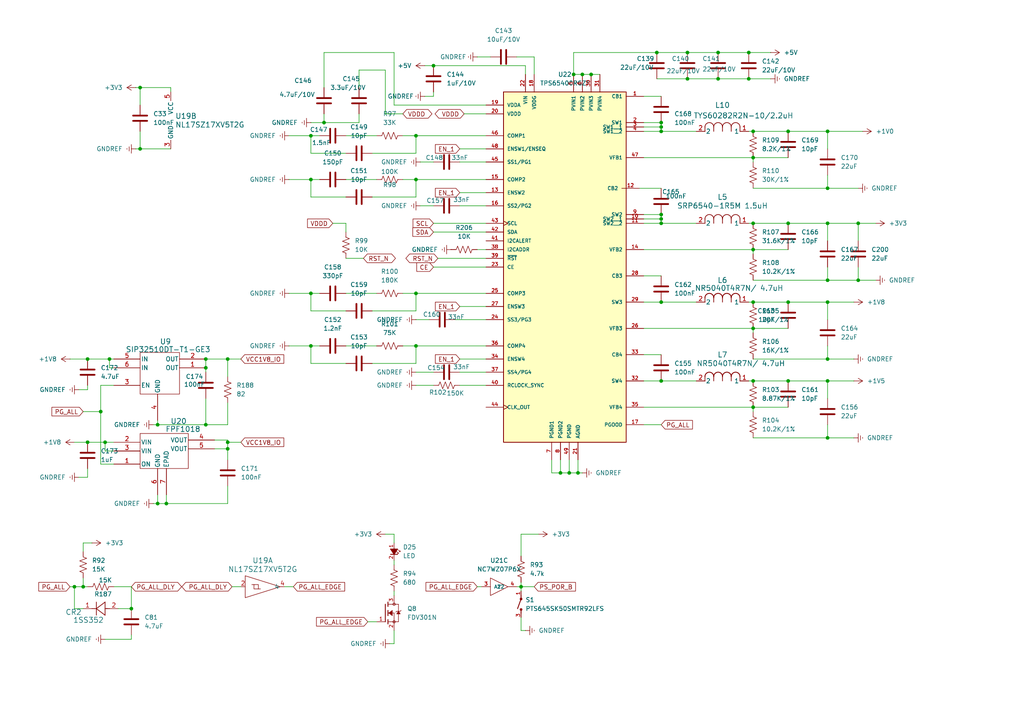
<source format=kicad_sch>
(kicad_sch (version 20231120) (generator "eeschema") (generator_version "8.0")
  (paper "A4")
  (junction (at 217.17 15.24))
  (junction (at 191.77 62.23))
  (junction (at 228.6 87.63))
  (junction (at 66.04 128.27))
  (junction (at 90.17 85.09))
  (junction (at 90.17 52.07))
  (junction (at 228.6 38.1))
  (junction (at 59.69 123.19))
  (junction (at 191.77 63.5))
  (junction (at 24.13 170.18))
  (junction (at 120.65 100.33))
  (junction (at 217.17 22.86))
  (junction (at 208.28 15.24))
  (junction (at 218.44 64.77))
  (junction (at 240.03 110.49))
  (junction (at 162.56 137.16))
  (junction (at 120.65 39.37))
  (junction (at 248.92 64.77))
  (junction (at 45.72 146.05))
  (junction (at 191.77 64.77))
  (junction (at 240.03 104.14))
  (junction (at 228.6 64.77))
  (junction (at 66.04 104.14))
  (junction (at 25.4 128.27))
  (junction (at 166.37 21.59))
  (junction (at 240.03 87.63))
  (junction (at 45.72 123.19))
  (junction (at 199.39 15.24))
  (junction (at 66.04 130.175))
  (junction (at 228.6 110.49))
  (junction (at 248.92 81.28))
  (junction (at 191.77 110.49))
  (junction (at 240.03 64.77))
  (junction (at 151.13 170.18))
  (junction (at 90.17 100.33))
  (junction (at 240.03 127))
  (junction (at 48.26 146.05))
  (junction (at 168.91 21.59))
  (junction (at 38.1 176.53))
  (junction (at 40.64 43.18))
  (junction (at 199.39 22.86))
  (junction (at 125.73 19.05))
  (junction (at 218.44 87.63))
  (junction (at 208.28 22.86))
  (junction (at 90.17 39.37))
  (junction (at 191.77 35.56))
  (junction (at 191.77 36.83))
  (junction (at 29.21 119.38))
  (junction (at 21.59 170.18))
  (junction (at 120.65 52.07))
  (junction (at 59.69 106.68))
  (junction (at 240.03 81.28))
  (junction (at 171.45 21.59))
  (junction (at 165.1 137.16))
  (junction (at 25.4 104.14))
  (junction (at 120.65 85.09))
  (junction (at 59.69 104.14))
  (junction (at 190.5 15.24))
  (junction (at 167.64 137.16))
  (junction (at 218.44 45.72))
  (junction (at 218.44 95.25))
  (junction (at 240.03 38.1))
  (junction (at 218.44 110.49))
  (junction (at 218.44 118.11))
  (junction (at 40.64 25.4))
  (junction (at 93.98 35.56))
  (junction (at 218.44 72.39))
  (junction (at 240.03 54.61))
  (junction (at 191.77 38.1))
  (junction (at 218.44 38.1))
  (junction (at 31.75 104.14))
  (junction (at 30.48 128.27))
  (junction (at 191.77 87.63))
  (wire (pts (xy 151.13 182.88) (xy 152.4 182.88)))
  (wire (pts (xy 30.48 128.27) (xy 33.02 128.27)))
  (wire (pts (xy 21.59 128.27) (xy 25.4 128.27)))
  (wire (pts (xy 133.35 111.76) (xy 140.97 111.76)))
  (wire (pts (xy 120.65 92.71) (xy 124.46 92.71)))
  (wire (pts (xy 191.77 87.63) (xy 201.93 87.63)))
  (wire (pts (xy 125.73 64.77) (xy 140.97 64.77)))
  (wire (pts (xy 186.69 102.87) (xy 191.77 102.87)))
  (wire (pts (xy 59.69 104.14) (xy 59.69 106.68)))
  (wire (pts (xy 100.33 39.37) (xy 109.22 39.37)))
  (wire (pts (xy 120.65 90.17) (xy 120.65 85.09)))
  (wire (pts (xy 217.17 64.77) (xy 218.44 64.77)))
  (wire (pts (xy 248.92 77.47) (xy 248.92 81.28)))
  (wire (pts (xy 228.6 38.1) (xy 240.03 38.1)))
  (wire (pts (xy 30.48 185.42) (xy 38.1 185.42)))
  (wire (pts (xy 240.03 104.14) (xy 247.65 104.14)))
  (wire (pts (xy 20.32 170.18) (xy 21.59 170.18)))
  (wire (pts (xy 59.69 123.19) (xy 45.72 123.19)))
  (wire (pts (xy 114.3 15.24) (xy 93.98 15.24)))
  (wire (pts (xy 151.13 168.91) (xy 151.13 170.18)))
  (wire (pts (xy 240.03 50.8) (xy 240.03 54.61)))
  (wire (pts (xy 20.32 104.14) (xy 25.4 104.14)))
  (wire (pts (xy 59.69 115.57) (xy 59.69 123.19)))
  (wire (pts (xy 40.64 43.18) (xy 49.53 43.18)))
  (wire (pts (xy 21.59 176.53) (xy 21.59 170.18)))
  (wire (pts (xy 83.82 39.37) (xy 90.17 39.37)))
  (wire (pts (xy 186.69 80.01) (xy 191.77 80.01)))
  (wire (pts (xy 165.1 133.35) (xy 165.1 137.16)))
  (wire (pts (xy 120.65 39.37) (xy 140.97 39.37)))
  (wire (pts (xy 149.86 170.18) (xy 151.13 170.18)))
  (wire (pts (xy 120.65 105.41) (xy 120.65 100.33)))
  (wire (pts (xy 93.98 35.56) (xy 90.17 35.56)))
  (wire (pts (xy 186.69 95.25) (xy 218.44 95.25)))
  (wire (pts (xy 33.02 130.81) (xy 30.48 130.81)))
  (wire (pts (xy 104.14 20.32) (xy 104.14 25.4)))
  (wire (pts (xy 39.37 25.4) (xy 40.64 25.4)))
  (wire (pts (xy 90.17 85.09) (xy 92.71 85.09)))
  (wire (pts (xy 120.65 111.76) (xy 125.73 111.76)))
  (wire (pts (xy 45.72 121.92) (xy 45.72 123.19)))
  (wire (pts (xy 106.68 180.34) (xy 109.22 180.34)))
  (wire (pts (xy 83.82 100.33) (xy 90.17 100.33)))
  (wire (pts (xy 186.69 36.83) (xy 191.77 36.83)))
  (wire (pts (xy 133.35 43.18) (xy 140.97 43.18)))
  (wire (pts (xy 66.04 104.14) (xy 69.85 104.14)))
  (wire (pts (xy 100.33 64.77) (xy 96.52 64.77)))
  (wire (pts (xy 45.72 146.05) (xy 48.26 146.05)))
  (wire (pts (xy 38.1 176.53) (xy 38.1 170.18)))
  (wire (pts (xy 186.69 64.77) (xy 191.77 64.77)))
  (wire (pts (xy 114.3 154.94) (xy 114.3 157.48)))
  (wire (pts (xy 240.03 110.49) (xy 228.6 110.49)))
  (wire (pts (xy 21.59 170.18) (xy 24.13 170.18)))
  (wire (pts (xy 133.35 46.99) (xy 140.97 46.99)))
  (wire (pts (xy 33.02 134.62) (xy 29.21 134.62)))
  (wire (pts (xy 168.91 21.59) (xy 171.45 21.59)))
  (wire (pts (xy 218.44 45.72) (xy 228.6 45.72)))
  (wire (pts (xy 29.21 119.38) (xy 29.21 111.76)))
  (wire (pts (xy 240.03 123.19) (xy 240.03 127)))
  (wire (pts (xy 208.28 15.24) (xy 217.17 15.24)))
  (wire (pts (xy 48.26 143.51) (xy 48.26 146.05)))
  (wire (pts (xy 152.4 19.05) (xy 152.4 21.59)))
  (wire (pts (xy 114.3 171.45) (xy 114.3 172.72)))
  (wire (pts (xy 111.76 154.94) (xy 114.3 154.94)))
  (wire (pts (xy 191.77 38.1) (xy 201.93 38.1)))
  (wire (pts (xy 120.65 85.09) (xy 140.97 85.09)))
  (wire (pts (xy 107.95 57.15) (xy 120.65 57.15)))
  (wire (pts (xy 121.92 59.69) (xy 125.73 59.69)))
  (wire (pts (xy 162.56 133.35) (xy 162.56 137.16)))
  (wire (pts (xy 114.3 182.88) (xy 114.3 186.69)))
  (wire (pts (xy 24.13 167.64) (xy 24.13 170.18)))
  (wire (pts (xy 165.1 137.16) (xy 167.64 137.16)))
  (wire (pts (xy 199.39 22.86) (xy 208.28 22.86)))
  (wire (pts (xy 44.45 146.05) (xy 45.72 146.05)))
  (wire (pts (xy 100.33 74.93) (xy 105.41 74.93)))
  (wire (pts (xy 107.95 90.17) (xy 120.65 90.17)))
  (wire (pts (xy 45.72 146.05) (xy 45.72 143.51)))
  (wire (pts (xy 24.13 176.53) (xy 21.59 176.53)))
  (wire (pts (xy 186.69 118.11) (xy 218.44 118.11)))
  (wire (pts (xy 240.03 77.47) (xy 240.03 81.28)))
  (wire (pts (xy 90.17 90.17) (xy 90.17 85.09)))
  (wire (pts (xy 228.6 64.77) (xy 240.03 64.77)))
  (wire (pts (xy 132.08 92.71) (xy 140.97 92.71)))
  (wire (pts (xy 191.77 64.77) (xy 191.77 63.5)))
  (wire (pts (xy 138.43 170.18) (xy 139.7 170.18)))
  (wire (pts (xy 120.65 52.07) (xy 140.97 52.07)))
  (wire (pts (xy 190.5 15.24) (xy 199.39 15.24)))
  (wire (pts (xy 100.33 57.15) (xy 90.17 57.15)))
  (wire (pts (xy 133.35 55.88) (xy 140.97 55.88)))
  (wire (pts (xy 166.37 15.24) (xy 190.5 15.24)))
  (wire (pts (xy 45.72 123.19) (xy 44.45 123.19)))
  (wire (pts (xy 248.92 81.28) (xy 254 81.28)))
  (wire (pts (xy 24.13 119.38) (xy 29.21 119.38)))
  (wire (pts (xy 49.53 25.4) (xy 49.53 26.67)))
  (wire (pts (xy 100.33 100.33) (xy 109.22 100.33)))
  (wire (pts (xy 160.02 137.16) (xy 162.56 137.16)))
  (wire (pts (xy 116.84 39.37) (xy 120.65 39.37)))
  (wire (pts (xy 218.44 118.11) (xy 218.44 119.38)))
  (wire (pts (xy 39.37 43.18) (xy 40.64 43.18)))
  (wire (pts (xy 66.04 128.27) (xy 69.85 128.27)))
  (wire (pts (xy 66.04 128.27) (xy 66.04 130.175)))
  (wire (pts (xy 100.33 85.09) (xy 109.22 85.09)))
  (wire (pts (xy 218.44 38.1) (xy 228.6 38.1)))
  (wire (pts (xy 120.65 44.45) (xy 120.65 39.37)))
  (wire (pts (xy 217.17 15.24) (xy 223.52 15.24)))
  (wire (pts (xy 218.44 95.25) (xy 218.44 96.52)))
  (wire (pts (xy 160.02 133.35) (xy 160.02 137.16)))
  (wire (pts (xy 218.44 87.63) (xy 228.6 87.63)))
  (wire (pts (xy 191.77 35.56) (xy 191.77 36.83)))
  (wire (pts (xy 186.69 123.19) (xy 191.77 123.19)))
  (wire (pts (xy 218.44 64.77) (xy 228.6 64.77)))
  (wire (pts (xy 240.03 110.49) (xy 247.65 110.49)))
  (wire (pts (xy 240.03 127) (xy 247.65 127)))
  (wire (pts (xy 154.94 16.51) (xy 154.94 21.59)))
  (wire (pts (xy 25.4 113.03) (xy 25.4 111.76)))
  (wire (pts (xy 151.13 179.07) (xy 151.13 182.88)))
  (wire (pts (xy 218.44 110.49) (xy 228.6 110.49)))
  (wire (pts (xy 90.17 39.37) (xy 90.17 44.45)))
  (wire (pts (xy 186.69 45.72) (xy 218.44 45.72)))
  (wire (pts (xy 66.04 127.635) (xy 66.04 128.27)))
  (wire (pts (xy 186.69 38.1) (xy 191.77 38.1)))
  (wire (pts (xy 218.44 45.72) (xy 218.44 46.99)))
  (wire (pts (xy 25.4 135.89) (xy 25.4 138.43)))
  (wire (pts (xy 125.73 67.31) (xy 140.97 67.31)))
  (wire (pts (xy 25.4 138.43) (xy 22.86 138.43)))
  (wire (pts (xy 191.77 64.77) (xy 201.93 64.77)))
  (wire (pts (xy 40.64 25.4) (xy 49.53 25.4)))
  (wire (pts (xy 240.03 87.63) (xy 228.6 87.63)))
  (wire (pts (xy 133.35 59.69) (xy 140.97 59.69)))
  (wire (pts (xy 151.13 154.94) (xy 151.13 161.29)))
  (wire (pts (xy 240.03 54.61) (xy 248.92 54.61)))
  (wire (pts (xy 186.69 63.5) (xy 191.77 63.5)))
  (wire (pts (xy 100.33 105.41) (xy 90.17 105.41)))
  (wire (pts (xy 116.84 52.07) (xy 120.65 52.07)))
  (wire (pts (xy 66.04 123.19) (xy 59.69 123.19)))
  (wire (pts (xy 166.37 21.59) (xy 168.91 21.59)))
  (wire (pts (xy 186.69 27.94) (xy 191.77 27.94)))
  (wire (pts (xy 40.64 30.48) (xy 40.64 25.4)))
  (wire (pts (xy 191.77 110.49) (xy 201.93 110.49)))
  (wire (pts (xy 66.04 140.97) (xy 66.04 146.05)))
  (wire (pts (xy 62.23 127.635) (xy 66.04 127.635)))
  (wire (pts (xy 83.82 85.09) (xy 90.17 85.09)))
  (wire (pts (xy 151.13 171.45) (xy 151.13 170.18)))
  (wire (pts (xy 100.33 44.45) (xy 90.17 44.45)))
  (wire (pts (xy 104.14 33.02) (xy 104.14 35.56)))
  (wire (pts (xy 116.84 100.33) (xy 120.65 100.33)))
  (wire (pts (xy 29.21 134.62) (xy 29.21 119.38)))
  (wire (pts (xy 218.44 81.28) (xy 240.03 81.28)))
  (wire (pts (xy 34.29 176.53) (xy 38.1 176.53)))
  (wire (pts (xy 138.43 72.39) (xy 140.97 72.39)))
  (wire (pts (xy 40.64 38.1) (xy 40.64 43.18)))
  (wire (pts (xy 111.76 33.02) (xy 111.76 20.32)))
  (wire (pts (xy 217.17 38.1) (xy 218.44 38.1)))
  (wire (pts (xy 107.95 44.45) (xy 120.65 44.45)))
  (wire (pts (xy 120.65 57.15) (xy 120.65 52.07)))
  (wire (pts (xy 33.02 106.68) (xy 31.75 106.68)))
  (wire (pts (xy 90.17 105.41) (xy 90.17 100.33)))
  (wire (pts (xy 116.84 85.09) (xy 120.65 85.09)))
  (wire (pts (xy 66.04 104.14) (xy 66.04 109.22)))
  (wire (pts (xy 93.98 33.02) (xy 93.98 35.56)))
  (wire (pts (xy 240.03 87.63) (xy 247.65 87.63)))
  (wire (pts (xy 123.19 19.05) (xy 125.73 19.05)))
  (wire (pts (xy 218.44 72.39) (xy 228.6 72.39)))
  (wire (pts (xy 31.75 106.68) (xy 31.75 104.14)))
  (wire (pts (xy 38.1 170.18) (xy 33.02 170.18)))
  (wire (pts (xy 217.17 110.49) (xy 218.44 110.49)))
  (wire (pts (xy 25.4 128.27) (xy 30.48 128.27)))
  (wire (pts (xy 90.17 100.33) (xy 92.71 100.33)))
  (wire (pts (xy 133.35 107.95) (xy 140.97 107.95)))
  (wire (pts (xy 167.64 137.16) (xy 168.91 137.16)))
  (wire (pts (xy 127 74.93) (xy 140.97 74.93)))
  (wire (pts (xy 190.5 22.86) (xy 199.39 22.86)))
  (wire (pts (xy 24.13 160.02) (xy 24.13 157.48)))
  (wire (pts (xy 121.92 46.99) (xy 125.73 46.99)))
  (wire (pts (xy 186.69 62.23) (xy 191.77 62.23)))
  (wire (pts (xy 90.17 57.15) (xy 90.17 52.07)))
  (wire (pts (xy 186.69 35.56) (xy 191.77 35.56)))
  (wire (pts (xy 138.43 16.51) (xy 142.24 16.51)))
  (wire (pts (xy 248.92 64.77) (xy 248.92 69.85)))
  (wire (pts (xy 114.3 162.56) (xy 114.3 163.83)))
  (wire (pts (xy 114.3 186.69) (xy 113.03 186.69)))
  (wire (pts (xy 120.65 100.33) (xy 140.97 100.33)))
  (wire (pts (xy 191.77 63.5) (xy 191.77 62.23)))
  (wire (pts (xy 62.23 130.175) (xy 66.04 130.175)))
  (wire (pts (xy 38.1 185.42) (xy 38.1 184.15)))
  (wire (pts (xy 167.64 133.35) (xy 167.64 137.16)))
  (wire (pts (xy 191.77 36.83) (xy 191.77 38.1)))
  (wire (pts (xy 25.4 104.14) (xy 31.75 104.14)))
  (wire (pts (xy 24.13 170.18) (xy 25.4 170.18)))
  (wire (pts (xy 93.98 15.24) (xy 93.98 25.4)))
  (wire (pts (xy 24.13 157.48) (xy 26.67 157.48)))
  (wire (pts (xy 185.42 54.61) (xy 191.77 54.61)))
  (wire (pts (xy 22.86 113.03) (xy 25.4 113.03)))
  (wire (pts (xy 217.17 22.86) (xy 223.52 22.86)))
  (wire (pts (xy 218.44 72.39) (xy 218.44 73.66)))
  (wire (pts (xy 186.69 72.39) (xy 218.44 72.39)))
  (wire (pts (xy 218.44 95.25) (xy 228.6 95.25)))
  (wire (pts (xy 186.69 87.63) (xy 191.77 87.63)))
  (wire (pts (xy 134.62 33.02) (xy 140.97 33.02)))
  (wire (pts (xy 29.21 111.76) (xy 33.02 111.76)))
  (wire (pts (xy 66.04 130.175) (xy 66.04 133.35)))
  (wire (pts (xy 67.31 170.18) (xy 69.85 170.18)))
  (wire (pts (xy 107.95 105.41) (xy 120.65 105.41)))
  (wire (pts (xy 208.28 22.86) (xy 217.17 22.86)))
  (wire (pts (xy 240.03 38.1) (xy 250.19 38.1)))
  (wire (pts (xy 140.97 30.48) (xy 114.3 30.48)))
  (wire (pts (xy 111.76 33.02) (xy 116.84 33.02)))
  (wire (pts (xy 100.33 90.17) (xy 90.17 90.17)))
  (wire (pts (xy 59.69 106.68) (xy 59.69 107.95)))
  (wire (pts (xy 100.33 67.31) (xy 100.33 64.77)))
  (wire (pts (xy 151.13 170.18) (xy 154.94 170.18)))
  (wire (pts (xy 218.44 127) (xy 240.03 127)))
  (wire (pts (xy 114.3 30.48) (xy 114.3 15.24)))
  (wire (pts (xy 120.65 107.95) (xy 125.73 107.95)))
  (wire (pts (xy 240.03 115.57) (xy 240.03 110.49)))
  (wire (pts (xy 218.44 118.11) (xy 228.6 118.11)))
  (wire (pts (xy 125.73 27.94) (xy 125.73 26.67)))
  (wire (pts (xy 156.21 154.94) (xy 151.13 154.94)))
  (wire (pts (xy 30.48 130.81) (xy 30.48 128.27)))
  (wire (pts (xy 186.69 110.49) (xy 191.77 110.49)))
  (wire (pts (xy 125.73 77.47) (xy 140.97 77.47)))
  (wire (pts (xy 111.76 20.32) (xy 104.14 20.32)))
  (wire (pts (xy 240.03 43.18) (xy 240.03 38.1)))
  (wire (pts (xy 149.86 16.51) (xy 154.94 16.51)))
  (wire (pts (xy 240.03 64.77) (xy 248.92 64.77)))
  (wire (pts (xy 66.04 116.84) (xy 66.04 123.19)))
  (wire (pts (xy 166.37 21.59) (xy 166.37 15.24)))
  (wire (pts (xy 31.75 104.14) (xy 33.02 104.14)))
  (wire (pts (xy 240.03 69.85) (xy 240.03 64.77)))
  (wire (pts (xy 199.39 15.24) (xy 208.28 15.24)))
  (wire (pts (xy 83.82 52.07) (xy 90.17 52.07)))
  (wire (pts (xy 162.56 137.16) (xy 165.1 137.16)))
  (wire (pts (xy 240.03 92.71) (xy 240.03 87.63)))
  (wire (pts (xy 133.35 88.9) (xy 140.97 88.9)))
  (wire (pts (xy 248.92 64.77) (xy 254 64.77)))
  (wire (pts (xy 90.17 52.07) (xy 92.71 52.07)))
  (wire (pts (xy 240.03 100.33) (xy 240.03 104.14)))
  (wire (pts (xy 125.73 19.05) (xy 152.4 19.05)))
  (wire (pts (xy 171.45 21.59) (xy 173.99 21.59)))
  (wire (pts (xy 48.26 146.05) (xy 66.04 146.05)))
  (wire (pts (xy 59.69 104.14) (xy 66.04 104.14)))
  (wire (pts (xy 218.44 104.14) (xy 240.03 104.14)))
  (wire (pts (xy 104.14 35.56) (xy 93.98 35.56)))
  (wire (pts (xy 123.19 27.94) (xy 125.73 27.94)))
  (wire (pts (xy 82.55 170.18) (xy 85.09 170.18)))
  (wire (pts (xy 217.17 87.63) (xy 218.44 87.63)))
  (wire (pts (xy 90.17 39.37) (xy 92.71 39.37)))
  (wire (pts (xy 100.33 52.07) (xy 109.22 52.07)))
  (wire (pts (xy 218.44 54.61) (xy 240.03 54.61)))
  (wire (pts (xy 240.03 81.28) (xy 248.92 81.28)))
  (wire (pts (xy 133.35 104.14) (xy 140.97 104.14)))
  (global_label "VCC1V8_IO" (shape input) (at 69.85 104.14 0) (property "Intersheetrefs" "${INTERSHEET_REFS}" (effects (hide yes))))
  (global_label "EN_1" (shape input) (at 133.35 55.88 180) (property "Intersheetrefs" "${INTERSHEET_REFS}" (effects (hide yes))))
  (global_label "VDDD" (shape bidirectional) (at 116.84 33.02 0) (property "Intersheetrefs" "${INTERSHEET_REFS}" (effects (hide yes))))
  (global_label "PS_POR_B" (shape input) (at 154.94 170.18 0) (property "Intersheetrefs" "${INTERSHEET_REFS}" (effects (hide yes))))
  (global_label "RST_N" (shape bidirectional) (at 127 74.93 180) (property "Intersheetrefs" "${INTERSHEET_REFS}" (effects (hide yes))))
  (global_label "VDDD" (shape input) (at 96.52 64.77 180) (property "Intersheetrefs" "${INTERSHEET_REFS}" (effects (hide yes))))
  (global_label "PG_ALL_DLY" (shape bidirectional) (at 38.1 170.18 0) (property "Intersheetrefs" "${INTERSHEET_REFS}" (effects (hide yes))))
  (global_label "SCL" (shape input) (at 125.73 64.77 180) (property "Intersheetrefs" "${INTERSHEET_REFS}" (effects (hide yes))))
  (global_label "PG_ALL" (shape input) (at 191.77 123.19 0) (property "Intersheetrefs" "${INTERSHEET_REFS}" (effects (hide yes))))
  (global_label "PG_ALL_EDGE" (shape input) (at 106.68 180.34 180) (property "Intersheetrefs" "${INTERSHEET_REFS}" (effects (hide yes))))
  (global_label "PG_ALL" (shape input) (at 20.32 170.18 180) (property "Intersheetrefs" "${INTERSHEET_REFS}" (effects (hide yes))))
  (global_label "CE" (shape input) (at 125.73 77.47 180) (property "Intersheetrefs" "${INTERSHEET_REFS}" (effects (hide yes))))
  (global_label "SDA" (shape input) (at 125.73 67.31 180) (property "Intersheetrefs" "${INTERSHEET_REFS}" (effects (hide yes))))
  (global_label "EN_1" (shape input) (at 133.35 104.14 180) (property "Intersheetrefs" "${INTERSHEET_REFS}" (effects (hide yes))))
  (global_label "PG_ALL_EDGE" (shape input) (at 85.09 170.18 0) (property "Intersheetrefs" "${INTERSHEET_REFS}" (effects (hide yes))))
  (global_label "PG_ALL_DLY" (shape bidirectional) (at 67.31 170.18 180) (property "Intersheetrefs" "${INTERSHEET_REFS}" (effects (hide yes))))
  (global_label "EN_1" (shape input) (at 133.35 88.9 180) (property "Intersheetrefs" "${INTERSHEET_REFS}" (effects (hide yes))))
  (global_label "VCC1V8_IO" (shape input) (at 69.85 128.27 0) (property "Intersheetrefs" "${INTERSHEET_REFS}" (effects (hide yes))))
  (global_label "PG_ALL" (shape input) (at 24.13 119.38 180) (property "Intersheetrefs" "${INTERSHEET_REFS}" (effects (hide yes))))
  (global_label "RST_N" (shape bidirectional) (at 105.41 74.93 0) (property "Intersheetrefs" "${INTERSHEET_REFS}" (effects (hide yes))))
  (global_label "PG_ALL_EDGE" (shape input) (at 138.43 170.18 180) (property "Intersheetrefs" "${INTERSHEET_REFS}" (effects (hide yes))))
  (global_label "EN_1" (shape input) (at 133.35 43.18 180) (property "Intersheetrefs" "${INTERSHEET_REFS}" (effects (hide yes))))
  (global_label "VDDD" (shape bidirectional) (at 134.62 33.02 180) (property "Intersheetrefs" "${INTERSHEET_REFS}" (effects (hide yes))))
  (symbol (lib_id "power:GNDREF") (at 121.92 46.99 270) (unit 1)
    (property "Reference" "#PWR0107" (effects (hide yes)))
    (property "Value" "GNDREF" (at 118.11 46.9899 90) (effects (justify right)))
    (property "Description" "Power symbol creates a global label with name \"GNDREF\" , reference supply ground" (effects (hide yes)))
  )
  (symbol (lib_id "Device:C") (at 146.05 16.51 90) (unit 1)
    (property "Reference" "C143" (at 146.05 8.89 90))
    (property "Value" "10uF/10V" (at 146.05 11.43 90))
    (property "Footprint" "footprints:C_0402" (effects (hide yes)))
    (property "Description" "Unpolarized capacitor" (effects (hide yes)))
    (property "LCSC PN" "c315248" (effects (hide yes)))
  )
  (symbol (lib_id "Device:R_US") (at 113.03 39.37 90) (unit 1)
    (property "Reference" "R97" (at 113.03 33.02 90))
    (property "Value" "33K" (at 113.03 35.56 90))
    (property "Footprint" "footprints:R_0402" (effects (hide yes)))
    (property "Description" "Resistor, US symbol" (effects (hide yes)))
    (property "LCSC PN" "C138003" (effects (hide yes)))
  )
  (symbol (lib_id "Device:R_US") (at 100.33 71.12 180) (unit 1)
    (property "Reference" "R99" (at 102.87 69.8499 0) (effects (justify right)))
    (property "Value" "10K" (at 102.87 72.3899 0) (effects (justify right)))
    (property "Footprint" "footprints:R_0402" (effects (hide yes)))
    (property "Description" "Resistor, US symbol" (effects (hide yes)))
    (property "LCSC PN" "C60490" (effects (hide yes)))
  )
  (symbol (lib_id "Device:R_US") (at 218.44 91.44 0) (unit 1)
    (property "Reference" "R105" (at 220.98 90.1699 0) (effects (justify left)))
    (property "Value" "20K/1%" (at 220.98 92.7099 0) (effects (justify left)))
    (property "Footprint" "footprints:R_0402" (effects (hide yes)))
    (property "Description" "Resistor, US symbol" (effects (hide yes)))
    (property "LCSC PN" "C93942" (effects (hide yes)))
  )
  (symbol (lib_id "power:+3V3") (at 111.76 154.94 90) (unit 1)
    (property "Reference" "#PWR0211" (effects (hide yes)))
    (property "Value" "+3V3" (at 107.95 154.9399 90) (effects (justify left)))
    (property "Description" "Power symbol creates a global label with name \"+3V3\"" (effects (hide yes)))
  )
  (symbol (lib_id "power:GNDREF") (at 83.82 39.37 270) (unit 1)
    (property "Reference" "#PWR0105" (effects (hide yes)))
    (property "Value" "GNDREF" (at 80.01 39.3699 90) (effects (justify right)))
    (property "Description" "Power symbol creates a global label with name \"GNDREF\" , reference supply ground" (effects (hide yes)))
  )
  (symbol (lib_id "Device:C") (at 240.03 73.66 0) (unit 1)
    (property "Reference" "C167" (at 243.84 72.3899 0) (effects (justify left)))
    (property "Value" "22uF" (at 243.84 74.9299 0) (effects (justify left)))
    (property "Footprint" "footprints:C_0805" (effects (hide yes)))
    (property "Description" "Unpolarized capacitor" (effects (hide yes)))
    (property "LCSC PN" "c415703" (effects (hide yes)))
  )
  (symbol (lib_id "TPS65400RGZT:TPS65400RGZT") (at 163.83 72.39 0) (unit 1)
    (property "Reference" "U22" (at 163.83 21.59 0))
    (property "Value" "TPS65400RGZT" (at 163.83 24.13 0))
    (property "Footprint" "footprints:RGZ0048B" (effects (hide yes)))
    (property "PARTREV" "D" (effects (hide yes)))
    (property "MANUFACTURER" "Texas Instruments" (effects (hide yes)))
    (property "MAXIMUM_PACKAGE_HEIGHT" "1 mm" (effects (hide yes)))
    (property "STANDARD" "IPC 7351B" (effects (hide yes)))
    (property "LCSC PN" "C201658" (effects (hide yes)))
  )
  (symbol (lib_id "Device:C") (at 96.52 39.37 90) (unit 1)
    (property "Reference" "C147" (at 92.456 37.592 90))
    (property "Value" "1.5nF" (at 93.218 41.402 90))
    (property "Footprint" "footprints:C_0201_0603Metric" (effects (hide yes)))
    (property "Description" "Unpolarized capacitor" (effects (hide yes)))
    (property "LCSC PN" "c23967" (effects (hide yes)))
  )
  (symbol (lib_id "power:GNDREF") (at 83.82 52.07 270) (unit 1)
    (property "Reference" "#PWR078" (effects (hide yes)))
    (property "Value" "GNDREF" (at 80.01 52.0699 90) (effects (justify right)))
    (property "Description" "Power symbol creates a global label with name \"GNDREF\" , reference supply ground" (effects (hide yes)))
  )
  (symbol (lib_id "Device:R_US") (at 113.03 85.09 90) (unit 1)
    (property "Reference" "R100" (at 113.03 78.74 90))
    (property "Value" "180K" (at 113.03 81.28 90))
    (property "Footprint" "footprints:R_0402" (effects (hide yes)))
    (property "Description" "Resistor, US symbol" (effects (hide yes)))
    (property "LCSC PN" "C138046" (effects (hide yes)))
  )
  (symbol (lib_id "Device:C") (at 129.54 46.99 90) (unit 1)
    (property "Reference" "C148" (at 125.984 45.72 90))
    (property "Value" "33nF" (at 133.35 45.72 90))
    (property "Footprint" "footprints:C_0201_0603Metric" (effects (hide yes)))
    (property "Description" "Unpolarized capacitor" (effects (hide yes)))
    (property "LCSC PN" "c472437" (effects (hide yes)))
  )
  (symbol (lib_id "Device:C") (at 217.17 19.05 0) (unit 1)
    (property "Reference" "C142" (at 220.98 17.7799 0) (effects (justify left)))
    (property "Value" "22uF/10V" (at 220.98 20.3199 0) (effects (justify left)))
    (property "Footprint" "footprints:C_0805" (effects (hide yes)))
    (property "Description" "Unpolarized capacitor" (effects (hide yes)))
    (property "LCSC PN" "c415703" (effects (hide yes)))
  )
  (symbol (lib_id "power:GNDREF") (at 83.82 85.09 270) (unit 1)
    (property "Reference" "#PWR080" (effects (hide yes)))
    (property "Value" "GNDREF" (at 80.01 85.0899 90) (effects (justify right)))
    (property "Description" "Power symbol creates a global label with name \"GNDREF\" , reference supply ground" (effects (hide yes)))
  )
  (symbol (lib_id "Device:C") (at 129.54 59.69 90) (unit 1)
    (property "Reference" "C157" (at 126.238 58.166 90))
    (property "Value" "33nF" (at 133.858 57.912 90))
    (property "Footprint" "footprints:C_0201_0603Metric" (effects (hide yes)))
    (property "Description" "Unpolarized capacitor" (effects (hide yes)))
    (property "LCSC PN" "c472437" (effects (hide yes)))
  )
  (symbol (lib_id "Device:C") (at 240.03 46.99 0) (unit 1)
    (property "Reference" "C170" (at 243.84 45.7199 0) (effects (justify left)))
    (property "Value" "22uF" (at 243.84 48.2599 0) (effects (justify left)))
    (property "Footprint" "footprints:C_0805" (effects (hide yes)))
    (property "Description" "Unpolarized capacitor" (effects (hide yes)))
    (property "LCSC PN" "c415703" (effects (hide yes)))
  )
  (symbol (lib_id "SRP4020TA_1R5M:SRP4020TA-1R5M") (at 201.93 64.77 0) (unit 1)
    (property "Reference" "L5" (at 209.55 57.15 0) (effects (font (size 1.524 1.524))))
    (property "Value" "SRP6540-1R5M 1.5uH" (at 209.55 59.69 0) (effects (font (size 1.524 1.524))))
    (property "Footprint" "footprints:IND_SRP6540-1R5M" (effects (hide yes)))
    (property "Datasheet" "SRP4020TA-1R5M" (effects (hide yes)))
    (property "LCSC PN" "C3223801" (effects (hide yes)))
  )
  (symbol (lib_id "Device:R_US") (at 129.54 111.76 90) (unit 1)
    (property "Reference" "R102" (at 127 113.792 90))
    (property "Value" "150K" (at 132.08 114.046 90))
    (property "Footprint" "footprints:R_0402" (effects (hide yes)))
    (property "Description" "Resistor, US symbol" (effects (hide yes)))
    (property "LCSC PN" "C93947" (effects (hide yes)))
  )
  (symbol (lib_id "power:GNDREF") (at 22.86 138.43 270) (unit 1)
    (property "Reference" "#PWR0219" (effects (hide yes)))
    (property "Value" "GNDREF" (at 19.05 138.4299 90) (effects (justify right)))
    (property "Description" "Power symbol creates a global label with name \"GNDREF\" , reference supply ground" (effects (hide yes)))
  )
  (symbol (lib_id "power:+3V3") (at 254 64.77 270) (unit 1)
    (property "Reference" "#PWR089" (effects (hide yes)))
    (property "Value" "+3V3" (at 257.81 64.7699 90) (effects (justify left)))
    (property "Description" "Power symbol creates a global label with name \"+3V3\"" (effects (hide yes)))
  )
  (symbol (lib_id "power:GNDREF") (at 44.45 146.05 270) (unit 1)
    (property "Reference" "#PWR0215" (effects (hide yes)))
    (property "Value" "GNDREF" (at 40.64 146.0499 90) (effects (justify right)))
    (property "Description" "Power symbol creates a global label with name \"GNDREF\" , reference supply ground" (effects (hide yes)))
  )
  (symbol (lib_id "power:+3V3") (at 26.67 157.48 270) (unit 1)
    (property "Reference" "#PWR0194" (effects (hide yes)))
    (property "Value" "+3V3" (at 30.48 157.4799 90) (effects (justify left)))
    (property "Description" "Power symbol creates a global label with name \"+3V3\"" (effects (hide yes)))
  )
  (symbol (lib_id "Device:C") (at 38.1 180.34 0) (unit 1)
    (property "Reference" "C81" (at 41.91 179.0699 0) (effects (justify left)))
    (property "Value" "4.7uF" (at 41.91 181.6099 0) (effects (justify left)))
    (property "Footprint" "footprints:C_0402" (effects (hide yes)))
    (property "Description" "Unpolarized capacitor" (effects (hide yes)))
    (property "LCSC PN" "c23733" (effects (hide yes)))
  )
  (symbol (lib_id "NL17SZ17XV5T2G:NL17SZ17XV5T2G_Modified") (at 81.28 170.18 0) (unit 1)
    (property "Reference" "U19" (at 76.2 162.56 0) (effects (font (size 1.524 1.524))))
    (property "Value" "NL17SZ17XV5T2G" (at 76.2 165.1 0) (effects (font (size 1.524 1.524))))
    (property "Footprint" "footprints:SOT553-5_ONS" (effects (hide yes)))
    (property "Datasheet" "NL17SZ17XV5T2G" (effects (hide yes)))
    (property "LCSC PN" "C152502" (effects (hide yes)))
  )
  (symbol (lib_id "power:GNDREF") (at 113.03 186.69 270) (unit 1)
    (property "Reference" "#PWR041" (effects (hide yes)))
    (property "Value" "GNDREF" (at 109.22 186.6899 90) (effects (justify right)))
    (property "Description" "Power symbol creates a global label with name \"GNDREF\" , reference supply ground" (effects (hide yes)))
  )
  (symbol (lib_id "Device:C") (at 125.73 22.86 0) (unit 1)
    (property "Reference" "C144" (at 129.54 21.5899 0) (effects (justify left)))
    (property "Value" "1uF/10V" (at 129.54 24.1299 0) (effects (justify left)))
    (property "Footprint" "footprints:C_0402" (effects (hide yes)))
    (property "Description" "Unpolarized capacitor" (effects (hide yes)))
    (property "LCSC PN" "c14445" (effects (hide yes)))
  )
  (symbol (lib_id "Device:C") (at 190.5 19.05 0) (unit 1)
    (property "Reference" "C139" (at 184.658 17.018 0) (effects (justify left)))
    (property "Value" "22uF/10V" (at 179.832 19.558 0) (effects (justify left)))
    (property "Footprint" "footprints:C_0805" (effects (hide yes)))
    (property "Description" "Unpolarized capacitor" (effects (hide yes)))
    (property "LCSC PN" "c415703" (effects (hide yes)))
  )
  (symbol (lib_id "Device:C") (at 104.14 105.41 90) (unit 1)
    (property "Reference" "C153" (at 104.14 97.79 90))
    (property "Value" "10pF" (at 104.14 100.33 90))
    (property "Footprint" "footprints:C_0201_0603Metric" (effects (hide yes)))
    (property "Description" "Unpolarized capacitor" (effects (hide yes)))
    (property "LCSC PN" "c307440" (effects (hide yes)))
  )
  (symbol (lib_id "power:+1V8") (at 247.65 87.63 270) (unit 1)
    (property "Reference" "#PWR087" (effects (hide yes)))
    (property "Value" "+1V8" (at 251.46 87.6299 90) (effects (justify left)))
    (property "Description" "Power symbol creates a global label with name \"+1V8\"" (effects (hide yes)))
  )
  (symbol (lib_id "Device:R_US") (at 218.44 123.19 0) (unit 1)
    (property "Reference" "R104" (at 220.98 121.9199 0) (effects (justify left)))
    (property "Value" "10.2K/1%" (at 220.98 124.4599 0) (effects (justify left)))
    (property "Footprint" "footprints:R_0402" (effects (hide yes)))
    (property "Description" "Resistor, US symbol" (effects (hide yes)))
    (property "LCSC PN" "C138069" (effects (hide yes)))
  )
  (symbol (lib_id "PTS645SK50SMTR92LFS_:PTS645SK50SMTR92LFS") (at 151.13 175.26 0) (unit 1)
    (property "Reference" "S1" (at 152.4 173.9899 0) (effects (justify left)))
    (property "Value" "PTS645SK50SMTR92LFS" (at 152.4 176.5299 0) (effects (justify left)))
    (property "Footprint" "footprints:SW_PTS645SK50SMTR92LFS" (effects (hide yes)))
    (property "STANDARD" "Manufacturer Recommendations" (effects (hide yes)))
    (property "MANUFACTURER" "CnK" (effects (hide yes)))
    (property "LCSC PN" "C221872" (effects (hide yes)))
  )
  (symbol (lib_id "power:GNDREF") (at 39.37 43.18 270) (unit 1)
    (property "Reference" "#PWR0213" (effects (hide yes)))
    (property "Value" "GNDREF" (at 35.56 43.1799 90) (effects (justify right)))
    (property "Description" "Power symbol creates a global label with name \"GNDREF\" , reference supply ground" (effects (hide yes)))
  )
  (symbol (lib_id "power:GNDREF") (at 247.65 127 90) (unit 1)
    (property "Reference" "#PWR0101" (effects (hide yes)))
    (property "Value" "GNDREF" (at 251.46 126.9999 90) (effects (justify right)))
    (property "Description" "Power symbol creates a global label with name \"GNDREF\" , reference supply ground" (effects (hide yes)))
  )
  (symbol (lib_id "power:GNDREF") (at 120.65 92.71 270) (unit 1)
    (property "Reference" "#PWR081" (effects (hide yes)))
    (property "Value" "GNDREF" (at 116.84 92.7099 90) (effects (justify right)))
    (property "Description" "Power symbol creates a global label with name \"GNDREF\" , reference supply ground" (effects (hide yes)))
  )
  (symbol (lib_id "power:GNDREF") (at 90.17 35.56 270) (unit 1)
    (property "Reference" "#PWR076" (effects (hide yes)))
    (property "Value" "GNDREF" (at 86.36 35.5599 90) (effects (justify right)))
    (property "Description" "Power symbol creates a global label with name \"GNDREF\" , reference supply ground" (effects (hide yes)))
  )
  (symbol (lib_id "Device:R_US") (at 218.44 41.91 0) (unit 1)
    (property "Reference" "R109" (at 220.98 40.6399 0) (effects (justify left)))
    (property "Value" "8.2K/1%" (at 220.98 43.1799 0) (effects (justify left)))
    (property "Footprint" "footprints:R_0402" (effects (hide yes)))
    (property "Description" "Resistor, US symbol" (effects (hide yes)))
    (property "LCSC PN" "C137929" (effects (hide yes)))
  )
  (symbol (lib_id "Device:C") (at 240.03 119.38 0) (unit 1)
    (property "Reference" "C156" (at 243.84 118.1099 0) (effects (justify left)))
    (property "Value" "22uF" (at 243.84 120.6499 0) (effects (justify left)))
    (property "Footprint" "footprints:C_0805" (effects (hide yes)))
    (property "Description" "Unpolarized capacitor" (effects (hide yes)))
    (property "LCSC PN" "c415703" (effects (hide yes)))
  )
  (symbol (lib_id "power:GNDREF") (at 138.43 16.51 270) (unit 1)
    (property "Reference" "#PWR0102" (effects (hide yes)))
    (property "Value" "GNDREF" (at 135.2452 16.5099 90) (effects (justify right)))
    (property "Description" "Power symbol creates a global label with name \"GNDREF\" , reference supply ground" (effects (hide yes)))
  )
  (symbol (lib_id "power:+1V0") (at 250.19 38.1 270) (unit 1)
    (property "Reference" "#PWR0263" (effects (hide yes)))
    (property "Value" "+1V0" (at 254 38.0999 90) (effects (justify left)))
    (property "Description" "Power symbol creates a global label with name \"+1V0\"" (effects (hide yes)))
  )
  (symbol (lib_id "power:GNDREF") (at 30.48 185.42 270) (unit 1)
    (property "Reference" "#PWR0212" (effects (hide yes)))
    (property "Value" "GNDREF" (at 26.67 185.4199 90) (effects (justify right)))
    (property "Description" "Power symbol creates a global label with name \"GNDREF\" , reference supply ground" (effects (hide yes)))
  )
  (symbol (lib_id "Device:R_US") (at 24.13 163.83 0) (unit 1)
    (property "Reference" "R92" (at 26.67 162.5599 0) (effects (justify left)))
    (property "Value" "15K" (at 26.67 165.0999 0) (effects (justify left)))
    (property "Footprint" "footprints:R_0402" (effects (hide yes)))
    (property "Description" "Resistor, US symbol" (effects (hide yes)))
    (property "LCSC PN" "C114761" (effects (hide yes)))
  )
  (symbol (lib_id "Device:R_US") (at 113.03 100.33 90) (unit 1)
    (property "Reference" "R101" (at 113.03 93.98 90))
    (property "Value" "75K" (at 113.03 96.52 90))
    (property "Footprint" "footprints:R_0402" (effects (hide yes)))
    (property "Description" "Resistor, US symbol" (effects (hide yes)))
    (property "LCSC PN" "C137935" (effects (hide yes)))
  )
  (symbol (lib_id "Device:R_US") (at 218.44 100.33 0) (unit 1)
    (property "Reference" "R106" (at 220.98 99.0599 0) (effects (justify left)))
    (property "Value" "16K/1%" (at 220.98 101.5999 0) (effects (justify left)))
    (property "Footprint" "footprints:R_0402" (effects (hide yes)))
    (property "Description" "Resistor, US symbol" (effects (hide yes)))
    (property "LCSC PN" "C163487" (effects (hide yes)))
  )
  (symbol (lib_id "Device:R_US") (at 29.21 170.18 270) (unit 1)
    (property "Reference" "R187" (at 27.3427 172.3209 90) (effects (justify left)))
    (property "Value" "15K" (at 28.6127 168.2569 90) (effects (justify left)))
    (property "Footprint" "footprints:R_0402" (effects (hide yes)))
    (property "Description" "Resistor, US symbol" (effects (hide yes)))
    (property "LCSC PN" "C114761" (effects (hide yes)))
  )
  (symbol (lib_id "NL17SZ17XV5T2G:NL17SZ17XV5T2G_Modified") (at 55.88 30.48 0) (unit 2)
    (property "Reference" "U19" (at 50.8 33.6549 0) (effects (font (size 1.524 1.524)) (justify left)))
    (property "Value" "NL17SZ17XV5T2G" (at 50.8 36.1949 0) (effects (font (size 1.524 1.524)) (justify left)))
    (property "Footprint" "footprints:SOT553-5_ONS" (effects (hide yes)))
    (property "Datasheet" "NL17SZ17XV5T2G" (effects (hide yes)))
    (property "LCSC PN" "C152502" (effects (hide yes)))
  )
  (symbol (lib_id "Device:R_US") (at 114.3 167.64 0) (unit 1)
    (property "Reference" "R94" (at 116.84 166.3699 0) (effects (justify left)))
    (property "Value" "680" (at 116.84 168.9099 0) (effects (justify left)))
    (property "Footprint" "footprints:R_0201_0603Metric" (effects (hide yes)))
    (property "Description" "Resistor, US symbol" (effects (hide yes)))
    (property "LCSC PN" "C137948" (effects (hide yes)))
  )
  (symbol (lib_id "power:GNDREF") (at 120.65 107.95 270) (unit 1)
    (property "Reference" "#PWR083" (effects (hide yes)))
    (property "Value" "GNDREF" (at 116.84 107.9499 90) (effects (justify right)))
    (property "Description" "Power symbol creates a global label with name \"GNDREF\" , reference supply ground" (effects (hide yes)))
  )
  (symbol (lib_id "power:+3V3") (at 156.21 154.94 270) (unit 1)
    (property "Reference" "#PWR042" (effects (hide yes)))
    (property "Value" "+3V3" (at 160.02 154.9399 90) (effects (justify left)))
    (property "Description" "Power symbol creates a global label with name \"+3V3\"" (effects (hide yes)))
  )
  (symbol (lib_id "Device:C") (at 248.92 73.66 0) (unit 1)
    (property "Reference" "C200" (at 252.73 72.3899 0) (effects (justify left)))
    (property "Value" "22uF" (at 252.73 74.9299 0) (effects (justify left)))
    (property "Footprint" "footprints:C_0805" (effects (hide yes)))
    (property "Description" "Unpolarized capacitor" (effects (hide yes)))
    (property "LCSC PN" "c415703" (effects (hide yes)))
  )
  (symbol (lib_id "Device:C") (at 96.52 85.09 90) (unit 1)
    (property "Reference" "C158" (at 96.52 77.47 90))
    (property "Value" "330pF" (at 96.52 80.01 90))
    (property "Footprint" "footprints:C_0201_0603Metric" (effects (hide yes)))
    (property "Description" "Unpolarized capacitor" (effects (hide yes)))
    (property "LCSC PN" "c13533" (effects (hide yes)))
  )
  (symbol (lib_id "Device:C") (at 129.54 107.95 90) (unit 1)
    (property "Reference" "C154" (at 126.492 106.68 90))
    (property "Value" "33nF" (at 133.858 106.426 90))
    (property "Footprint" "footprints:C_0201_0603Metric" (effects (hide yes)))
    (property "Description" "Unpolarized capacitor" (effects (hide yes)))
    (property "LCSC PN" "c472437" (effects (hide yes)))
  )
  (symbol (lib_id "power:+5V") (at 123.19 19.05 90) (unit 1)
    (property "Reference" "#PWR0317" (effects (hide yes)))
    (property "Value" "+5V" (at 119.38 19.0499 90) (effects (justify left)))
    (property "Description" "Power symbol creates a global label with name \"+5V\"" (effects (hide yes)))
  )
  (symbol (lib_id "Device:R_US") (at 134.62 72.39 90) (unit 1)
    (property "Reference" "R206" (at 134.62 66.04 90))
    (property "Value" "10K" (at 134.62 68.58 90))
    (property "Footprint" "footprints:R_0402" (effects (hide yes)))
    (property "Description" "Resistor, US symbol" (effects (hide yes)))
    (property "LCSC PN" "C60490" (effects (hide yes)))
  )
  (symbol (lib_id "Device:R_US") (at 218.44 114.3 0) (unit 1)
    (property "Reference" "R103" (at 220.98 113.0299 0) (effects (justify left)))
    (property "Value" "8.87K/1%" (at 220.98 115.5699 0) (effects (justify left)))
    (property "Footprint" "footprints:R_0402" (effects (hide yes)))
    (property "Description" "Resistor, US symbol" (effects (hide yes)))
    (property "LCSC PN" "C48391747" (effects (hide yes)))
  )
  (symbol (lib_id "Device:C") (at 228.6 114.3 0) (unit 1)
    (property "Reference" "C161" (at 232.41 113.0299 0) (effects (justify left)))
    (property "Value" "10pF" (at 232.41 115.5699 0) (effects (justify left)))
    (property "Footprint" "footprints:C_0201_0603Metric" (effects (hide yes)))
    (property "Description" "Unpolarized capacitor" (effects (hide yes)))
    (property "LCSC PN" "c307440" (effects (hide yes)))
  )
  (symbol (lib_id "power:GNDREF") (at 223.52 22.86 90) (unit 1)
    (property "Reference" "#PWR0103" (effects (hide yes)))
    (property "Value" "GNDREF" (at 227.33 22.8599 90) (effects (justify right)))
    (property "Description" "Power symbol creates a global label with name \"GNDREF\" , reference supply ground" (effects (hide yes)))
  )
  (symbol (lib_id "power:+1V8") (at 21.59 128.27 90) (unit 1)
    (property "Reference" "#PWR0218" (effects (hide yes)))
    (property "Value" "+1V8" (at 17.78 128.2699 90) (effects (justify left)))
    (property "Description" "Power symbol creates a global label with name \"+1V8\"" (effects (hide yes)))
  )
  (symbol (lib_id "Device:C") (at 104.14 29.21 0) (unit 1)
    (property "Reference" "C145" (at 99.314 22.86 0) (effects (justify left)))
    (property "Value" "3.3uF/10V" (at 95.758 25.4 0) (effects (justify left)))
    (property "Footprint" "footprints:C_0402" (effects (hide yes)))
    (property "Description" "Unpolarized capacitor" (effects (hide yes)))
    (property "LCSC PN" "c51412" (effects (hide yes)))
  )
  (symbol (lib_id "Device:C") (at 40.64 34.29 0) (unit 1)
    (property "Reference" "C33" (at 44.45 33.0199 0) (effects (justify left)))
    (property "Value" "100nF" (at 44.45 35.5599 0) (effects (justify left)))
    (property "Footprint" "footprints:C_0201_0603Metric" (effects (hide yes)))
    (property "Description" "Unpolarized capacitor" (effects (hide yes)))
    (property "LCSC PN" "c1525" (effects (hide yes)))
  )
  (symbol (lib_id "power:GNDREF") (at 120.65 111.76 270) (unit 1)
    (property "Reference" "#PWR084" (effects (hide yes)))
    (property "Value" "GNDREF" (at 116.84 111.7599 90) (effects (justify right)))
    (property "Description" "Power symbol creates a global label with name \"GNDREF\" , reference supply ground" (effects (hide yes)))
  )
  (symbol (lib_id "Device:C") (at 96.52 100.33 90) (unit 1)
    (property "Reference" "C152" (at 96.52 92.71 90))
    (property "Value" "1.2nF" (at 96.52 95.25 90))
    (property "Footprint" "footprints:C_0201_0603Metric" (effects (hide yes)))
    (property "Description" "Unpolarized capacitor" (effects (hide yes)))
    (property "LCSC PN" "c393671" (effects (hide yes)))
  )
  (symbol (lib_id "Device:C") (at 128.27 92.71 90) (unit 1)
    (property "Reference" "C160" (at 125.222 91.186 90))
    (property "Value" "33nF" (at 132.334 91.948 90))
    (property "Footprint" "footprints:C_0201_0603Metric" (effects (hide yes)))
    (property "Description" "Unpolarized capacitor" (effects (hide yes)))
    (property "LCSC PN" "c472437" (effects (hide yes)))
  )
  (symbol (lib_id "power:GNDREF") (at 152.4 182.88 90) (unit 1)
    (property "Reference" "#PWR0104" (effects (hide yes)))
    (property "Value" "GNDREF" (at 156.21 182.8799 90) (effects (justify right)))
    (property "Description" "Power symbol creates a global label with name \"GNDREF\" , reference supply ground" (effects (hide yes)))
  )
  (symbol (lib_id "NC7WZ07P6X:NC7WZ07P6X_modified") (at 147.32 170.18 0) (unit 3)
    (property "Reference" "U21" (at 144.78 162.56 0))
    (property "Value" "NC7WZ07P6X" (at 144.78 165.1 0))
    (property "Footprint" "footprints:NC7WZ07P6X" (effects (hide yes)))
    (property "SUPPLIER" "FAIRCHILD SEMICONDUCTOR" (effects (hide yes)))
    (property "OC_FARNELL" "1470998" (effects (hide yes)))
    (property "OC_NEWARK" "58K9469" (effects (hide yes)))
    (property "MPN" "NC7WZ07P6X" (effects (hide yes)))
    (property "PACKAGE" "SC-70-6" (effects (hide yes)))
    (property "LCSC PN" "C95342" (effects (hide yes)))
  )
  (symbol (lib_id "Aquiot:LED") (at 114.3 160.02 270) (unit 1)
    (property "Reference" "D25" (at 116.84 158.6864 90) (effects (justify left)))
    (property "Value" "LED" (at 116.84 161.2264 90) (effects (justify left)))
    (property "Footprint" "footprints:LED_0402_1005Metric" (effects (hide yes)))
    (property "Description" "Light emitting diode, small symbol, filled shape" (effects (hide yes)))
    (property "LCSC PN" "C434449" (effects (hide yes)))
  )
  (symbol (lib_id "Device:C") (at 191.77 106.68 0) (unit 1)
    (property "Reference" "C155" (at 195.58 105.4099 0) (effects (justify left)))
    (property "Value" "100nF" (at 195.58 107.9499 0) (effects (justify left)))
    (property "Footprint" "footprints:C_0201_0603Metric" (effects (hide yes)))
    (property "Description" "Unpolarized capacitor" (effects (hide yes)))
    (property "LCSC PN" "c1525" (effects (hide yes)))
  )
  (symbol (lib_id "Device:C") (at 199.39 19.05 0) (unit 1)
    (property "Reference" "C140" (at 194.818 17.018 0) (effects (justify left)))
    (property "Value" "22uF/10V" (at 193.294 20.574 0) (effects (justify left)))
    (property "Footprint" "footprints:C_0805" (effects (hide yes)))
    (property "Description" "Unpolarized capacitor" (effects (hide yes)))
    (property "LCSC PN" "c415703" (effects (hide yes)))
  )
  (symbol (lib_id "Device:C") (at 228.6 41.91 0) (unit 1)
    (property "Reference" "C169" (at 232.41 40.6399 0) (effects (justify left)))
    (property "Value" "10pF" (at 232.41 43.1799 0) (effects (justify left)))
    (property "Footprint" "footprints:C_0201_0603Metric" (effects (hide yes)))
    (property "Description" "Unpolarized capacitor" (effects (hide yes)))
    (property "LCSC PN" "c307440" (effects (hide yes)))
  )
  (symbol (lib_id "power:GNDREF") (at 123.19 27.94 270) (unit 1)
    (property "Reference" "#PWR0106" (effects (hide yes)))
    (property "Value" "GNDREF" (at 120.0052 27.9399 90) (effects (justify right)))
    (property "Description" "Power symbol creates a global label with name \"GNDREF\" , reference supply ground" (effects (hide yes)))
  )
  (symbol (lib_id "Device:R_US") (at 151.13 165.1 0) (unit 1)
    (property "Reference" "R93" (at 153.67 163.8299 0) (effects (justify left)))
    (property "Value" "4.7k" (at 153.67 166.3699 0) (effects (justify left)))
    (property "Footprint" "footprints:R_0402" (effects (hide yes)))
    (property "Description" "Resistor, US symbol" (effects (hide yes)))
    (property "LCSC PN" "C105871" (effects (hide yes)))
  )
  (symbol (lib_id "Device:C") (at 208.28 19.05 0) (unit 1)
    (property "Reference" "C141" (at 203.708 17.018 0) (effects (justify left)))
    (property "Value" "22uF/10V" (at 203.708 20.066 0) (effects (justify left)))
    (property "Footprint" "footprints:C_0805" (effects (hide yes)))
    (property "Description" "Unpolarized capacitor" (effects (hide yes)))
    (property "LCSC PN" "c415703" (effects (hide yes)))
  )
  (symbol (lib_id "Device:C") (at 66.04 137.16 0) (unit 1)
    (property "Reference" "C171" (at 69.85 135.8899 0) (effects (justify left)))
    (property "Value" "100nF" (at 69.85 138.4299 0) (effects (justify left)))
    (property "Footprint" "footprints:C_0402" (effects (hide yes)))
    (property "Description" "Unpolarized capacitor" (effects (hide yes)))
    (property "LCSC PN" "c1525" (effects (hide yes)))
  )
  (symbol (lib_id "power:+5V") (at 223.52 15.24 270) (unit 1)
    (property "Reference" "#PWR077" (effects (hide yes)))
    (property "Value" "+5V" (at 227.33 15.2399 90) (effects (justify left)))
    (property "Description" "Power symbol creates a global label with name \"+5V\"" (effects (hide yes)))
  )
  (symbol (lib_id "Device:R_US") (at 66.04 113.03 0) (unit 1)
    (property "Reference" "R188" (at 68.58 111.7599 0) (effects (justify left)))
    (property "Value" "82" (at 68.58 114.2999 0) (effects (justify left)))
    (property "Footprint" "footprints:R_0402" (effects (hide yes)))
    (property "Description" "Resistor, US symbol" (effects (hide yes)))
    (property "LCSC PN" "C163453" (effects (hide yes)))
  )
  (symbol (lib_id "power:GNDREF") (at 247.65 104.14 90) (unit 1)
    (property "Reference" "#PWR086" (effects (hide yes)))
    (property "Value" "GNDREF" (at 251.46 104.1399 90) (effects (justify right)))
    (property "Description" "Power symbol creates a global label with name \"GNDREF\" , reference supply ground" (effects (hide yes)))
  )
  (symbol (lib_id "power:+3V3") (at 39.37 25.4 90) (unit 1)
    (property "Reference" "#PWR012" (effects (hide yes)))
    (property "Value" "+3V3" (at 35.56 25.3999 90) (effects (justify left)))
    (property "Description" "Power symbol creates a global label with name \"+3V3\"" (effects (hide yes)))
  )
  (symbol (lib_id "Device:C") (at 104.14 90.17 90) (unit 1)
    (property "Reference" "C159" (at 104.14 82.55 90))
    (property "Value" "10pF" (at 104.14 85.09 90))
    (property "Footprint" "footprints:C_0201_0603Metric" (effects (hide yes)))
    (property "Description" "Unpolarized capacitor" (effects (hide yes)))
    (property "LCSC PN" "c307440" (effects (hide yes)))
  )
  (symbol (lib_id "power:+1V5") (at 247.65 110.49 270) (unit 1)
    (property "Reference" "#PWR085" (effects (hide yes)))
    (property "Value" "+1V5" (at 251.46 110.4899 90) (effects (justify left)))
    (property "Description" "Power symbol creates a global label with name \"+1V5\"" (effects (hide yes)))
  )
  (symbol (lib_id "Device:R_US") (at 218.44 68.58 0) (unit 1)
    (property "Reference" "R107" (at 220.98 67.3099 0) (effects (justify left)))
    (property "Value" "31.6K/1%" (at 220.98 69.8499 0) (effects (justify left)))
    (property "Footprint" "footprints:R_0402" (effects (hide yes)))
    (property "Description" "Resistor, US symbol" (effects (hide yes)))
    (property "LCSC PN" "C276265" (effects (hide yes)))
  )
  (symbol (lib_id "Device:C") (at 104.14 44.45 90) (unit 1)
    (property "Reference" "C149" (at 104.14 36.83 90))
    (property "Value" "10pF" (at 104.14 39.37 90))
    (property "Footprint" "footprints:C_0201_0603Metric" (effects (hide yes)))
    (property "Description" "Unpolarized capacitor" (effects (hide yes)))
    (property "LCSC PN" "c307440" (effects (hide yes)))
  )
  (symbol (lib_id "Device:C") (at 191.77 58.42 0) (unit 1)
    (property "Reference" "C165" (at 192.024 55.626 0) (effects (justify left)))
    (property "Value" "100nF" (at 193.04 56.896 0) (effects (justify left)))
    (property "Footprint" "footprints:C_0201_0603Metric" (effects (hide yes)))
    (property "Description" "Unpolarized capacitor" (effects (hide yes)))
    (property "LCSC PN" "c1525" (effects (hide yes)))
  )
  (symbol (lib_id "1SS352:1SS352") (at 34.29 176.53 180) (unit 1)
    (property "Reference" "CR2" (at 21.336 177.546 0) (effects (font (size 1.524 1.524))))
    (property "Value" "1SS352" (at 25.654 179.832 0) (effects (font (size 1.524 1.524))))
    (property "Footprint" "footprints:USC_TOS" (effects (hide yes)))
    (property "Datasheet" "1SS352" (effects (hide yes)))
    (property "LCSC PN" "C15885" (effects (hide yes)))
  )
  (symbol (lib_id "power:GNDREF") (at 121.92 59.69 270) (unit 1)
    (property "Reference" "#PWR079" (effects (hide yes)))
    (property "Value" "GNDREF" (at 118.11 59.6899 90) (effects (justify right)))
    (property "Description" "Power symbol creates a global label with name \"GNDREF\" , reference supply ground" (effects (hide yes)))
  )
  (symbol (lib_id "Device:C") (at 191.77 83.82 0) (unit 1)
    (property "Reference" "C162" (at 195.58 82.5499 0) (effects (justify left)))
    (property "Value" "100nF" (at 195.58 85.0899 0) (effects (justify left)))
    (property "Footprint" "footprints:C_0201_0603Metric" (effects (hide yes)))
    (property "Description" "Unpolarized capacitor" (effects (hide yes)))
    (property "LCSC PN" "c1525" (effects (hide yes)))
  )
  (symbol (lib_id "2025-03-18_07-11-26:TYS60282R2N-10") (at 201.93 38.1 0) (unit 1)
    (property "Reference" "L10" (at 209.55 30.48 0) (effects (font (size 1.524 1.524))))
    (property "Value" "TYS60282R2N-10/2.2uH" (at 215.646 33.528 0) (effects (font (size 1.524 1.524))))
    (property "Footprint" "footprints:IND_TYS60282_LRD" (effects (hide yes)))
    (property "Datasheet" "TYS60282R2N-10" (effects (hide yes)))
  )
  (symbol (lib_id "Device:C") (at 59.69 111.76 0) (unit 1)
    (property "Reference" "C174" (at 53.848 109.22 0) (effects (justify left)))
    (property "Value" "100nF" (at 53.34 111.506 0) (effects (justify left)))
    (property "Footprint" "footprints:C_0402" (effects (hide yes)))
    (property "Description" "Unpolarized capacitor" (effects (hide yes)))
    (property "LCSC PN" "c1525" (effects (hide yes)))
  )
  (symbol (lib_id "Device:C") (at 228.6 68.58 0) (unit 1)
    (property "Reference" "C166" (at 232.41 67.3099 0) (effects (justify left)))
    (property "Value" "10pF" (at 232.41 69.8499 0) (effects (justify left)))
    (property "Footprint" "footprints:C_0201_0603Metric" (effects (hide yes)))
    (property "Description" "Unpolarized capacitor" (effects (hide yes)))
    (property "LCSC PN" "c307440" (effects (hide yes)))
  )
  (symbol (lib_id "power:GNDREF") (at 248.92 54.61 90) (unit 1)
    (property "Reference" "#PWR091" (effects (hide yes)))
    (property "Value" "GNDREF" (at 252.73 54.6099 90) (effects (justify right)))
    (property "Description" "Power symbol creates a global label with name \"GNDREF\" , reference supply ground" (effects (hide yes)))
  )
  (symbol (lib_id "power:GNDREF") (at 44.45 123.19 270) (unit 1)
    (property "Reference" "#PWR0220" (effects (hide yes)))
    (property "Value" "GNDREF" (at 40.64 123.1899 90) (effects (justify right)))
    (property "Description" "Power symbol creates a global label with name \"GNDREF\" , reference supply ground" (effects (hide yes)))
  )
  (symbol (lib_id "Device:C") (at 228.6 91.44 0) (mirror y) (unit 1)
    (property "Reference" "C163" (at 224.79 90.1699 0) (effects (justify left)))
    (property "Value" "10pF" (at 224.79 92.7099 0) (effects (justify left)))
    (property "Footprint" "footprints:C_0201_0603Metric" (effects (hide yes)))
    (property "Description" "Unpolarized capacitor" (effects (hide yes)))
    (property "LCSC PN" "c307440" (effects (hide yes)))
  )
  (symbol (lib_id "SIP32510DT_T1_GE3:SIP32510DT-T1-GE3") (at 27.94 101.6 0) (unit 1)
    (property "Reference" "U9" (at 48.006 99.06 0) (effects (font (size 1.524 1.524))))
    (property "Value" "SIP32510DT-T1-GE3" (at 48.768 101.346 0) (effects (font (size 1.524 1.524))))
    (property "Footprint" "footprints:SIP32510DT-T1-GE3_VIS" (effects (hide yes)))
    (property "Datasheet" "SIP32510DT-T1-GE3" (effects (hide yes)))
    (property "LCSC PN" "C145264" (effects (hide yes)))
  )
  (symbol (lib_id "Device:C") (at 93.98 29.21 0) (unit 1)
    (property "Reference" "C146" (at 85.344 23.368 0) (effects (justify left)))
    (property "Value" "4.7uF/10V" (at 81.026 27.432 0) (effects (justify left)))
    (property "Footprint" "footprints:C_0402" (effects (hide yes)))
    (property "Description" "Unpolarized capacitor" (effects (hide yes)))
    (property "LCSC PN" "c23733" (effects (hide yes)))
  )
  (symbol (lib_id "FPF1018:FPF1018") (at 24.13 125.73 0) (unit 1)
    (property "Reference" "U20" (at 51.816 122.174 0) (effects (font (size 1.524 1.524))))
    (property "Value" "FPF1018" (at 53.086 124.46 0) (effects (font (size 1.524 1.524))))
    (property "Footprint" "footprints:MLP6_2X2_ONS" (effects (hide yes)))
    (property "Datasheet" "FPF1018" (effects (hide yes)))
  )
  (symbol (lib_id "Device:R_US") (at 218.44 77.47 0) (unit 1)
    (property "Reference" "R108" (at 220.98 76.1999 0) (effects (justify left)))
    (property "Value" "10.2K/1%" (at 220.98 78.7399 0) (effects (justify left)))
    (property "Footprint" "footprints:R_0402" (effects (hide yes)))
    (property "Description" "Resistor, US symbol" (effects (hide yes)))
    (property "LCSC PN" "C138069" (effects (hide yes)))
  )
  (symbol (lib_id "Device:R_US") (at 218.44 50.8 0) (unit 1)
    (property "Reference" "R110" (at 220.98 49.5299 0) (effects (justify left)))
    (property "Value" "30K/1%" (at 220.98 52.0699 0) (effects (justify left)))
    (property "Footprint" "footprints:R_0402" (effects (hide yes)))
    (property "Description" "Resistor, US symbol" (effects (hide yes)))
    (property "LCSC PN" "C138008" (effects (hide yes)))
  )
  (symbol (lib_id "Device:C") (at 240.03 96.52 0) (unit 1)
    (property "Reference" "C164" (at 243.84 95.2499 0) (effects (justify left)))
    (property "Value" "22uF" (at 243.84 97.7899 0) (effects (justify left)))
    (property "Footprint" "footprints:C_0805" (effects (hide yes)))
    (property "Description" "Unpolarized capacitor" (effects (hide yes)))
    (property "LCSC PN" "c415703" (effects (hide yes)))
  )
  (symbol (lib_id "FDV301N:FDV301N") (at 111.76 177.8 0) (unit 1)
    (property "Reference" "Q8" (at 118.11 176.5299 0) (effects (justify left)))
    (property "Value" "FDV301N" (at 118.11 179.0699 0) (effects (justify left)))
    (property "Footprint" "footprints:FDV301N" (effects (hide yes)))
    (property "PARTREV" "8" (effects (hide yes)))
    (property "STANDARD" "IPC-7351B" (effects (hide yes)))
    (property "MAXIMUM_PACKAGE_HEIGHT" "1.11mm" (effects (hide yes)))
    (property "MANUFACTURER" "Onsemi" (effects (hide yes)))
    (property "LCSC PN" "C15310" (effects (hide yes)))
  )
  (symbol (lib_id "power:GNDREF") (at 254 81.28 90) (unit 1)
    (property "Reference" "#PWR088" (effects (hide yes)))
    (property "Value" "GNDREF" (at 257.81 81.2799 90) (effects (justify right)))
    (property "Description" "Power symbol creates a global label with name \"GNDREF\" , reference supply ground" (effects (hide yes)))
  )
  (symbol (lib_id "power:GNDREF") (at 130.81 72.39 270) (unit 1)
    (property "Reference" "#PWR090" (effects (hide yes)))
    (property "Value" "GNDREF" (at 127 72.3899 90) (effects (justify right)))
    (property "Description" "Power symbol creates a global label with name \"GNDREF\" , reference supply ground" (effects (hide yes)))
  )
  (symbol (lib_id "Device:C") (at 25.4 107.95 0) (unit 1)
    (property "Reference" "C172" (at 29.21 106.6799 0) (effects (justify left)))
    (property "Value" "4.7uF" (at 29.21 109.2199 0) (effects (justify left)))
    (property "Footprint" "footprints:C_0402" (effects (hide yes)))
    (property "Description" "Unpolarized capacitor" (effects (hide yes)))
    (property "LCSC PN" "c23733" (effects (hide yes)))
  )
  (symbol (lib_id "Device:C") (at 25.4 132.08 0) (unit 1)
    (property "Reference" "C173" (at 29.21 130.8099 0) (effects (justify left)))
    (property "Value" "1uF" (at 29.21 133.3499 0) (effects (justify left)))
    (property "Footprint" "footprints:C_0402" (effects (hide yes)))
    (property "Description" "Unpolarized capacitor" (effects (hide yes)))
    (property "LCSC PN" "c14445" (effects (hide yes)))
  )
  (symbol (lib_id "2025-03-04_21-33-04:NR5040T2R2N") (at 201.93 87.63 0) (unit 1)
    (property "Reference" "L6" (at 209.55 81.28 0) (effects (font (size 1.524 1.524))))
    (property "Value" "NR5040T4R7N/ 4.7uH" (at 214.376 83.566 0) (effects (font (size 1.524 1.524))))
    (property "Footprint" "footprints:IND_TAIYO_NR5040_TAY" (effects (hide yes)))
    (property "Datasheet" "NR5040T2R2N" (effects (hide yes)))
    (property "LCSC PN" "C223063" (effects (hide yes)))
  )
  (symbol (lib_id "Device:R_US") (at 113.03 52.07 90) (unit 1)
    (property "Reference" "R98" (at 113.03 53.594 90))
    (property "Value" "100K" (at 113.03 49.784 90))
    (property "Footprint" "footprints:R_0402" (effects (hide yes)))
    (property "Description" "Resistor, US symbol" (effects (hide yes)))
    (property "LCSC PN" "C60491" (effects (hide yes)))
  )
  (symbol (lib_id "Device:C") (at 96.52 52.07 90) (unit 1)
    (property "Reference" "C150" (at 96.52 44.45 90))
    (property "Value" "150pF" (at 96.52 46.99 90))
    (property "Footprint" "footprints:C_0201_0603Metric" (effects (hide yes)))
    (property "Description" "Unpolarized capacitor" (effects (hide yes)))
    (property "LCSC PN" "c1527" (effects (hide yes)))
  )
  (symbol (lib_id "Device:C") (at 104.14 57.15 90) (unit 1)
    (property "Reference" "C151" (at 104.14 49.53 90))
    (property "Value" "10pF" (at 104.14 52.07 90))
    (property "Footprint" "footprints:C_0201_0603Metric" (effects (hide yes)))
    (property "Description" "Unpolarized capacitor" (effects (hide yes)))
    (property "LCSC PN" "c307440" (effects (hide yes)))
  )
  (symbol (lib_id "power:+1V8") (at 20.32 104.14 90) (unit 1)
    (property "Reference" "#PWR0216" (effects (hide yes)))
    (property "Value" "+1V8" (at 16.51 104.1399 90) (effects (justify left)))
    (property "Description" "Power symbol creates a global label with name \"+1V8\"" (effects (hide yes)))
  )
  (symbol (lib_id "power:GNDREF") (at 83.82 100.33 270) (unit 1)
    (property "Reference" "#PWR082" (effects (hide yes)))
    (property "Value" "GNDREF" (at 80.01 100.3299 90) (effects (justify right)))
    (property "Description" "Power symbol creates a global label with name \"GNDREF\" , reference supply ground" (effects (hide yes)))
  )
  (symbol (lib_id "power:GNDREF") (at 22.86 113.03 270) (unit 1)
    (property "Reference" "#PWR0217" (effects (hide yes)))
    (property "Value" "GNDREF" (at 19.05 113.0299 90) (effects (justify right)))
    (property "Description" "Power symbol creates a global label with name \"GNDREF\" , reference supply ground" (effects (hide yes)))
  )
  (symbol (lib_id "power:GNDREF") (at 168.91 137.16 90) (unit 1)
    (property "Reference" "#PWR075" (effects (hide yes)))
    (property "Value" "GNDREF" (at 172.72 137.1599 90) (effects (justify right)))
    (property "Description" "Power symbol creates a global label with name \"GNDREF\" , reference supply ground" (effects (hide yes)))
  )
  (symbol (lib_id "2025-03-04_21-33-04:NR5040T2R2N") (at 201.93 110.49 0) (unit 1)
    (property "Reference" "L7" (at 209.55 102.87 0) (effects (font (size 1.524 1.524))))
    (property "Value" "NR5040T4R7N/ 4.7uH" (at 214.884 105.41 0) (effects (font (size 1.524 1.524))))
    (property "Footprint" "footprints:IND_TAIYO_NR5040_TAY" (effects (hide yes)))
    (property "Datasheet" "NR5040T2R2N" (effects (hide yes)))
    (property "LCSC PN" "C223063" (effects (hide yes)))
  )
  (symbol (lib_id "Device:C") (at 191.77 31.75 0) (unit 1)
    (property "Reference" "C168" (at 195.58 33.0199 0) (effects (justify left)))
    (property "Value" "100nF" (at 195.58 35.5599 0) (effects (justify left)))
    (property "Footprint" "footprints:C_0201_0603Metric" (effects (hide yes)))
    (property "Description" "Unpolarized capacitor" (effects (hide yes)))
    (property "LCSC PN" "c1525" (effects (hide yes)))
  )
)
</source>
